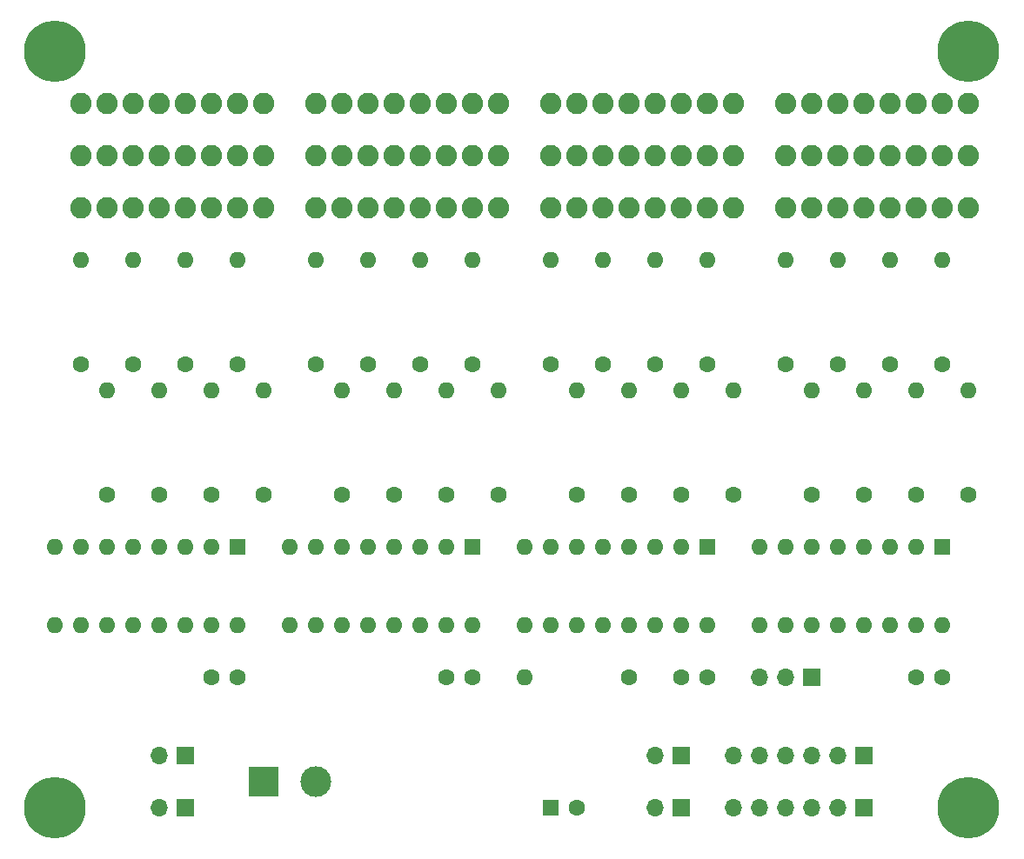
<source format=gbr>
G04 #@! TF.GenerationSoftware,KiCad,Pcbnew,5.1.12-5.1.12*
G04 #@! TF.CreationDate,2022-02-04T10:44:24+11:00*
G04 #@! TF.ProjectId,sr32gpo,73723332-6770-46f2-9e6b-696361645f70,rev?*
G04 #@! TF.SameCoordinates,Original*
G04 #@! TF.FileFunction,Soldermask,Bot*
G04 #@! TF.FilePolarity,Negative*
%FSLAX46Y46*%
G04 Gerber Fmt 4.6, Leading zero omitted, Abs format (unit mm)*
G04 Created by KiCad (PCBNEW 5.1.12-5.1.12) date 2022-02-04 10:44:24*
%MOMM*%
%LPD*%
G01*
G04 APERTURE LIST*
%ADD10C,2.082800*%
%ADD11O,1.700000X1.700000*%
%ADD12R,1.700000X1.700000*%
%ADD13C,1.600000*%
%ADD14C,3.000000*%
%ADD15R,3.000000X3.000000*%
%ADD16O,1.600000X1.600000*%
%ADD17R,1.600000X1.600000*%
%ADD18C,6.000000*%
G04 APERTURE END LIST*
D10*
G04 #@! TO.C,J23*
X144780000Y-50800000D03*
X142240000Y-50800000D03*
X139700000Y-50800000D03*
X137160000Y-50800000D03*
X134620000Y-50800000D03*
X132080000Y-50800000D03*
X129540000Y-50800000D03*
X127000000Y-50800000D03*
G04 #@! TD*
G04 #@! TO.C,J33*
X121920000Y-50800000D03*
X119380000Y-50800000D03*
X116840000Y-50800000D03*
X114300000Y-50800000D03*
X111760000Y-50800000D03*
X109220000Y-50800000D03*
X106680000Y-50800000D03*
X104140000Y-50800000D03*
G04 #@! TD*
G04 #@! TO.C,J13*
X167640000Y-50800000D03*
X165100000Y-50800000D03*
X162560000Y-50800000D03*
X160020000Y-50800000D03*
X157480000Y-50800000D03*
X154940000Y-50800000D03*
X152400000Y-50800000D03*
X149860000Y-50800000D03*
G04 #@! TD*
G04 #@! TO.C,J43*
X99060000Y-50800000D03*
X96520000Y-50800000D03*
X93980000Y-50800000D03*
X91440000Y-50800000D03*
X88900000Y-50800000D03*
X86360000Y-50800000D03*
X83820000Y-50800000D03*
X81280000Y-50800000D03*
G04 #@! TD*
D11*
G04 #@! TO.C,J3*
X88900000Y-114300000D03*
D12*
X91440000Y-114300000D03*
G04 #@! TD*
D11*
G04 #@! TO.C,J2*
X88900000Y-119380000D03*
D12*
X91440000Y-119380000D03*
G04 #@! TD*
D11*
G04 #@! TO.C,J7*
X144780000Y-114300000D03*
X147320000Y-114300000D03*
X149860000Y-114300000D03*
X152400000Y-114300000D03*
X154940000Y-114300000D03*
D12*
X157480000Y-114300000D03*
G04 #@! TD*
D11*
G04 #@! TO.C,J6*
X144780000Y-119380000D03*
X147320000Y-119380000D03*
X149860000Y-119380000D03*
X152400000Y-119380000D03*
X154940000Y-119380000D03*
D12*
X157480000Y-119380000D03*
G04 #@! TD*
D13*
G04 #@! TO.C,C4*
X96480000Y-106680000D03*
X93980000Y-106680000D03*
G04 #@! TD*
G04 #@! TO.C,C3*
X119340000Y-106680000D03*
X116840000Y-106680000D03*
G04 #@! TD*
G04 #@! TO.C,C2*
X142200000Y-106680000D03*
X139700000Y-106680000D03*
G04 #@! TD*
G04 #@! TO.C,C1*
X165060000Y-106680000D03*
X162560000Y-106680000D03*
G04 #@! TD*
D11*
G04 #@! TO.C,J5*
X137160000Y-114300000D03*
D12*
X139700000Y-114300000D03*
G04 #@! TD*
D11*
G04 #@! TO.C,J4*
X137160000Y-119380000D03*
D12*
X139700000Y-119380000D03*
G04 #@! TD*
D14*
G04 #@! TO.C,J1*
X104140000Y-116840000D03*
D15*
X99060000Y-116840000D03*
G04 #@! TD*
D10*
G04 #@! TO.C,J42*
X81280000Y-55880000D03*
X83820000Y-55880000D03*
X86360000Y-55880000D03*
X88900000Y-55880000D03*
X91440000Y-55880000D03*
X93980000Y-55880000D03*
X96520000Y-55880000D03*
X99060000Y-55880000D03*
G04 #@! TD*
G04 #@! TO.C,J41*
X81280000Y-60960000D03*
X83820000Y-60960000D03*
X86360000Y-60960000D03*
X88900000Y-60960000D03*
X91440000Y-60960000D03*
X93980000Y-60960000D03*
X96520000Y-60960000D03*
X99060000Y-60960000D03*
G04 #@! TD*
G04 #@! TO.C,J32*
X104140000Y-55880000D03*
X106680000Y-55880000D03*
X109220000Y-55880000D03*
X111760000Y-55880000D03*
X114300000Y-55880000D03*
X116840000Y-55880000D03*
X119380000Y-55880000D03*
X121920000Y-55880000D03*
G04 #@! TD*
G04 #@! TO.C,J31*
X104140000Y-60960000D03*
X106680000Y-60960000D03*
X109220000Y-60960000D03*
X111760000Y-60960000D03*
X114300000Y-60960000D03*
X116840000Y-60960000D03*
X119380000Y-60960000D03*
X121920000Y-60960000D03*
G04 #@! TD*
G04 #@! TO.C,J22*
X127000000Y-55880000D03*
X129540000Y-55880000D03*
X132080000Y-55880000D03*
X134620000Y-55880000D03*
X137160000Y-55880000D03*
X139700000Y-55880000D03*
X142240000Y-55880000D03*
X144780000Y-55880000D03*
G04 #@! TD*
G04 #@! TO.C,J21*
X127000000Y-60960000D03*
X129540000Y-60960000D03*
X132080000Y-60960000D03*
X134620000Y-60960000D03*
X137160000Y-60960000D03*
X139700000Y-60960000D03*
X142240000Y-60960000D03*
X144780000Y-60960000D03*
G04 #@! TD*
G04 #@! TO.C,J12*
X149860000Y-55880000D03*
X152400000Y-55880000D03*
X154940000Y-55880000D03*
X157480000Y-55880000D03*
X160020000Y-55880000D03*
X162560000Y-55880000D03*
X165100000Y-55880000D03*
X167640000Y-55880000D03*
G04 #@! TD*
G04 #@! TO.C,J11*
X149860000Y-60960000D03*
X152400000Y-60960000D03*
X154940000Y-60960000D03*
X157480000Y-60960000D03*
X160020000Y-60960000D03*
X162560000Y-60960000D03*
X165100000Y-60960000D03*
X167640000Y-60960000D03*
G04 #@! TD*
D16*
G04 #@! TO.C,R48*
X81280000Y-66040000D03*
D13*
X81280000Y-76200000D03*
G04 #@! TD*
D16*
G04 #@! TO.C,R47*
X83820000Y-78740000D03*
D13*
X83820000Y-88900000D03*
G04 #@! TD*
D16*
G04 #@! TO.C,R46*
X86360000Y-66040000D03*
D13*
X86360000Y-76200000D03*
G04 #@! TD*
D16*
G04 #@! TO.C,R45*
X88900000Y-78740000D03*
D13*
X88900000Y-88900000D03*
G04 #@! TD*
D16*
G04 #@! TO.C,R44*
X91440000Y-66040000D03*
D13*
X91440000Y-76200000D03*
G04 #@! TD*
D16*
G04 #@! TO.C,R43*
X93980000Y-78740000D03*
D13*
X93980000Y-88900000D03*
G04 #@! TD*
D16*
G04 #@! TO.C,R42*
X96520000Y-66040000D03*
D13*
X96520000Y-76200000D03*
G04 #@! TD*
D16*
G04 #@! TO.C,R41*
X99060000Y-78740000D03*
D13*
X99060000Y-88900000D03*
G04 #@! TD*
D16*
G04 #@! TO.C,R38*
X104140000Y-66040000D03*
D13*
X104140000Y-76200000D03*
G04 #@! TD*
D16*
G04 #@! TO.C,R37*
X106680000Y-78740000D03*
D13*
X106680000Y-88900000D03*
G04 #@! TD*
D16*
G04 #@! TO.C,R36*
X109220000Y-66040000D03*
D13*
X109220000Y-76200000D03*
G04 #@! TD*
D16*
G04 #@! TO.C,R35*
X111760000Y-78740000D03*
D13*
X111760000Y-88900000D03*
G04 #@! TD*
D16*
G04 #@! TO.C,R34*
X114300000Y-66040000D03*
D13*
X114300000Y-76200000D03*
G04 #@! TD*
D16*
G04 #@! TO.C,R33*
X116840000Y-78740000D03*
D13*
X116840000Y-88900000D03*
G04 #@! TD*
D16*
G04 #@! TO.C,R32*
X119380000Y-66040000D03*
D13*
X119380000Y-76200000D03*
G04 #@! TD*
D16*
G04 #@! TO.C,R31*
X121920000Y-78740000D03*
D13*
X121920000Y-88900000D03*
G04 #@! TD*
D16*
G04 #@! TO.C,R28*
X127000000Y-66040000D03*
D13*
X127000000Y-76200000D03*
G04 #@! TD*
D16*
G04 #@! TO.C,R27*
X129540000Y-78740000D03*
D13*
X129540000Y-88900000D03*
G04 #@! TD*
D16*
G04 #@! TO.C,R26*
X132080000Y-66040000D03*
D13*
X132080000Y-76200000D03*
G04 #@! TD*
D16*
G04 #@! TO.C,R25*
X134620000Y-78740000D03*
D13*
X134620000Y-88900000D03*
G04 #@! TD*
D16*
G04 #@! TO.C,R24*
X137160000Y-66040000D03*
D13*
X137160000Y-76200000D03*
G04 #@! TD*
D16*
G04 #@! TO.C,R23*
X139700000Y-78740000D03*
D13*
X139700000Y-88900000D03*
G04 #@! TD*
D16*
G04 #@! TO.C,R22*
X142240000Y-66040000D03*
D13*
X142240000Y-76200000D03*
G04 #@! TD*
D16*
G04 #@! TO.C,R21*
X144780000Y-78740000D03*
D13*
X144780000Y-88900000D03*
G04 #@! TD*
D16*
G04 #@! TO.C,R18*
X149860000Y-66040000D03*
D13*
X149860000Y-76200000D03*
G04 #@! TD*
D16*
G04 #@! TO.C,R17*
X152400000Y-78740000D03*
D13*
X152400000Y-88900000D03*
G04 #@! TD*
D16*
G04 #@! TO.C,R16*
X154940000Y-66040000D03*
D13*
X154940000Y-76200000D03*
G04 #@! TD*
D16*
G04 #@! TO.C,R15*
X157480000Y-78740000D03*
D13*
X157480000Y-88900000D03*
G04 #@! TD*
D16*
G04 #@! TO.C,R14*
X160020000Y-66040000D03*
D13*
X160020000Y-76200000D03*
G04 #@! TD*
D16*
G04 #@! TO.C,R13*
X162560000Y-78740000D03*
D13*
X162560000Y-88900000D03*
G04 #@! TD*
D16*
G04 #@! TO.C,R12*
X165100000Y-66040000D03*
D13*
X165100000Y-76200000D03*
G04 #@! TD*
D16*
G04 #@! TO.C,R11*
X167640000Y-78740000D03*
D13*
X167640000Y-88900000D03*
G04 #@! TD*
D16*
G04 #@! TO.C,R1*
X124460000Y-106680000D03*
D13*
X134620000Y-106680000D03*
G04 #@! TD*
D16*
G04 #@! TO.C,U4*
X96520000Y-101600000D03*
X78740000Y-93980000D03*
X93980000Y-101600000D03*
X81280000Y-93980000D03*
X91440000Y-101600000D03*
X83820000Y-93980000D03*
X88900000Y-101600000D03*
X86360000Y-93980000D03*
X86360000Y-101600000D03*
X88900000Y-93980000D03*
X83820000Y-101600000D03*
X91440000Y-93980000D03*
X81280000Y-101600000D03*
X93980000Y-93980000D03*
X78740000Y-101600000D03*
D17*
X96520000Y-93980000D03*
G04 #@! TD*
D16*
G04 #@! TO.C,U3*
X119380000Y-101600000D03*
X101600000Y-93980000D03*
X116840000Y-101600000D03*
X104140000Y-93980000D03*
X114300000Y-101600000D03*
X106680000Y-93980000D03*
X111760000Y-101600000D03*
X109220000Y-93980000D03*
X109220000Y-101600000D03*
X111760000Y-93980000D03*
X106680000Y-101600000D03*
X114300000Y-93980000D03*
X104140000Y-101600000D03*
X116840000Y-93980000D03*
X101600000Y-101600000D03*
D17*
X119380000Y-93980000D03*
G04 #@! TD*
D16*
G04 #@! TO.C,U2*
X142240000Y-101600000D03*
X124460000Y-93980000D03*
X139700000Y-101600000D03*
X127000000Y-93980000D03*
X137160000Y-101600000D03*
X129540000Y-93980000D03*
X134620000Y-101600000D03*
X132080000Y-93980000D03*
X132080000Y-101600000D03*
X134620000Y-93980000D03*
X129540000Y-101600000D03*
X137160000Y-93980000D03*
X127000000Y-101600000D03*
X139700000Y-93980000D03*
X124460000Y-101600000D03*
D17*
X142240000Y-93980000D03*
G04 #@! TD*
D16*
G04 #@! TO.C,U1*
X165100000Y-101600000D03*
X147320000Y-93980000D03*
X162560000Y-101600000D03*
X149860000Y-93980000D03*
X160020000Y-101600000D03*
X152400000Y-93980000D03*
X157480000Y-101600000D03*
X154940000Y-93980000D03*
X154940000Y-101600000D03*
X157480000Y-93980000D03*
X152400000Y-101600000D03*
X160020000Y-93980000D03*
X149860000Y-101600000D03*
X162560000Y-93980000D03*
X147320000Y-101600000D03*
D17*
X165100000Y-93980000D03*
G04 #@! TD*
D11*
G04 #@! TO.C,JP1*
X147320000Y-106680000D03*
X149860000Y-106680000D03*
D12*
X152400000Y-106680000D03*
G04 #@! TD*
D18*
G04 #@! TO.C,H4*
X167640000Y-119380000D03*
G04 #@! TD*
G04 #@! TO.C,H3*
X78740000Y-119380000D03*
G04 #@! TD*
G04 #@! TO.C,H2*
X167640000Y-45720000D03*
G04 #@! TD*
G04 #@! TO.C,H1*
X78740000Y-45720000D03*
G04 #@! TD*
D13*
G04 #@! TO.C,C5*
X129500000Y-119380000D03*
D17*
X127000000Y-119380000D03*
G04 #@! TD*
M02*

</source>
